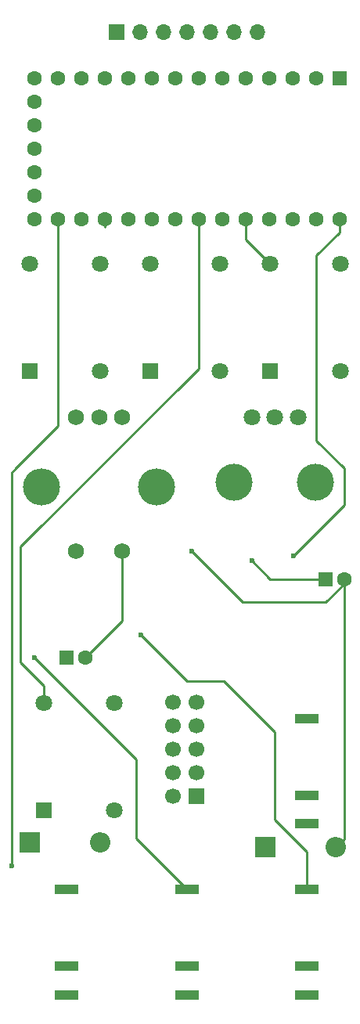
<source format=gbr>
G04 #@! TF.FileFunction,Copper,L2,Bot,Signal*
%FSLAX46Y46*%
G04 Gerber Fmt 4.6, Leading zero omitted, Abs format (unit mm)*
G04 Created by KiCad (PCBNEW 4.0.7) date 07/15/18 23:17:43*
%MOMM*%
%LPD*%
G01*
G04 APERTURE LIST*
%ADD10C,0.100000*%
%ADD11R,1.700000X1.700000*%
%ADD12O,1.700000X1.700000*%
%ADD13C,1.800000*%
%ADD14R,1.800000X1.800000*%
%ADD15C,1.700000*%
%ADD16C,1.750000*%
%ADD17O,4.000000X4.000000*%
%ADD18C,1.600000*%
%ADD19R,1.600000X1.600000*%
%ADD20C,4.000000*%
%ADD21R,2.200000X2.200000*%
%ADD22O,2.200000X2.200000*%
%ADD23R,2.500000X1.000000*%
%ADD24C,0.600000*%
%ADD25C,0.250000*%
G04 APERTURE END LIST*
D10*
D11*
X115380000Y-52380000D03*
D12*
X117920000Y-52380000D03*
X120460000Y-52380000D03*
X123000000Y-52380000D03*
X125540000Y-52380000D03*
X128080000Y-52380000D03*
X130620000Y-52380000D03*
D13*
X115100000Y-136500000D03*
X115100000Y-124900000D03*
D14*
X107500000Y-136500000D03*
D13*
X107500000Y-124900000D03*
X126600000Y-89000000D03*
X126600000Y-77400000D03*
D14*
X119000000Y-89000000D03*
D13*
X119000000Y-77400000D03*
X139600000Y-89000000D03*
X139600000Y-77400000D03*
D14*
X132000000Y-89000000D03*
D13*
X132000000Y-77400000D03*
X113600000Y-89000000D03*
X113600000Y-77400000D03*
D14*
X106000000Y-89000000D03*
D13*
X106000000Y-77400000D03*
D11*
X124000000Y-135000000D03*
D15*
X121460000Y-135000000D03*
X124000000Y-132460000D03*
X121460000Y-132460000D03*
X124000000Y-129920000D03*
X121460000Y-129920000D03*
X124000000Y-127380000D03*
X121460000Y-127380000D03*
X124000000Y-124840000D03*
X121460000Y-124840000D03*
D16*
X111000000Y-94000000D03*
X116000000Y-94000000D03*
X113500000Y-94000000D03*
X116000000Y-108500000D03*
X111000000Y-108500000D03*
D17*
X119700000Y-101500000D03*
X107300000Y-101500000D03*
D18*
X106490000Y-65000000D03*
X106490000Y-67540000D03*
X106490000Y-70080000D03*
X106490000Y-72620000D03*
X106490000Y-62460000D03*
X106490000Y-59920000D03*
X106490000Y-57380000D03*
X109030000Y-72620000D03*
X111570000Y-72620000D03*
X114110000Y-72620000D03*
X116650000Y-72620000D03*
X119190000Y-72620000D03*
X121730000Y-72620000D03*
X124270000Y-72620000D03*
X126810000Y-72620000D03*
X129350000Y-72620000D03*
X131890000Y-72620000D03*
X134430000Y-72620000D03*
X136970000Y-72620000D03*
X139510000Y-72620000D03*
X109030000Y-57380000D03*
X111570000Y-57380000D03*
X114110000Y-57380000D03*
X116650000Y-57380000D03*
X119190000Y-57380000D03*
X121730000Y-57380000D03*
X124270000Y-57380000D03*
X126810000Y-57380000D03*
X129350000Y-57380000D03*
X131890000Y-57380000D03*
X134430000Y-57380000D03*
X136970000Y-57380000D03*
D19*
X139510000Y-57380000D03*
D13*
X130000000Y-94000000D03*
X132500000Y-94000000D03*
X135000000Y-94000000D03*
D20*
X128100000Y-101000000D03*
X136900000Y-101000000D03*
D21*
X131500000Y-140500000D03*
D22*
X139120000Y-140500000D03*
D21*
X106000000Y-140000000D03*
D22*
X113620000Y-140000000D03*
D19*
X138000000Y-111500000D03*
D18*
X140000000Y-111500000D03*
D19*
X110000000Y-120000000D03*
D18*
X112000000Y-120000000D03*
D23*
X136000000Y-145080000D03*
X136000000Y-153380000D03*
X136000000Y-156480000D03*
X110000000Y-145080000D03*
X110000000Y-153380000D03*
X110000000Y-156480000D03*
X136000000Y-126580000D03*
X136000000Y-134880000D03*
X136000000Y-137980000D03*
X123000000Y-145080000D03*
X123000000Y-153380000D03*
X123000000Y-156480000D03*
D24*
X104000000Y-142500000D03*
X130000000Y-109500000D03*
X123500000Y-108500000D03*
X134500000Y-109000000D03*
X118000000Y-117500000D03*
X106500000Y-120000000D03*
D25*
X109030000Y-72620000D02*
X109030000Y-94970000D01*
X104000000Y-100000000D02*
X104000000Y-142500000D01*
X104500000Y-99500000D02*
X104000000Y-100000000D01*
X109030000Y-94970000D02*
X104500000Y-99500000D01*
X138000000Y-111500000D02*
X132000000Y-111500000D01*
X132000000Y-111500000D02*
X130000000Y-109500000D01*
X116000000Y-108500000D02*
X116000000Y-116000000D01*
X116000000Y-116000000D02*
X112000000Y-120000000D01*
X107500000Y-124900000D02*
X107500000Y-123000000D01*
X124270000Y-88730000D02*
X124270000Y-72620000D01*
X105000000Y-108000000D02*
X124270000Y-88730000D01*
X105000000Y-120500000D02*
X105000000Y-108000000D01*
X107500000Y-123000000D02*
X105000000Y-120500000D01*
X140000000Y-111500000D02*
X140000000Y-112000000D01*
X140000000Y-112000000D02*
X138000000Y-114000000D01*
X129000000Y-114000000D02*
X123500000Y-108500000D01*
X138000000Y-114000000D02*
X129000000Y-114000000D01*
X140000000Y-111500000D02*
X140000000Y-139620000D01*
X140000000Y-139620000D02*
X139120000Y-140500000D01*
X139510000Y-72620000D02*
X139510000Y-73990000D01*
X140000000Y-103500000D02*
X134500000Y-109000000D01*
X140000000Y-99500000D02*
X140000000Y-103500000D01*
X137000000Y-96500000D02*
X140000000Y-99500000D01*
X137000000Y-76500000D02*
X137000000Y-96500000D01*
X139510000Y-73990000D02*
X137000000Y-76500000D01*
X136000000Y-141000000D02*
X136000000Y-145080000D01*
X132500000Y-137500000D02*
X136000000Y-141000000D01*
X132500000Y-128000000D02*
X132500000Y-137500000D01*
X127000000Y-122500000D02*
X132500000Y-128000000D01*
X123000000Y-122500000D02*
X127000000Y-122500000D01*
X118000000Y-117500000D02*
X123000000Y-122500000D01*
X117500000Y-139580000D02*
X123000000Y-145080000D01*
X117500000Y-131000000D02*
X117500000Y-139580000D01*
X106500000Y-120000000D02*
X117500000Y-131000000D01*
X119190000Y-72620000D02*
X119190000Y-72810000D01*
X116650000Y-72620000D02*
X116650000Y-72650000D01*
X114110000Y-72620000D02*
X114110000Y-73390000D01*
X126810000Y-72620000D02*
X126810000Y-72690000D01*
X129350000Y-72620000D02*
X129350000Y-74750000D01*
X129350000Y-74750000D02*
X132000000Y-77400000D01*
M02*

</source>
